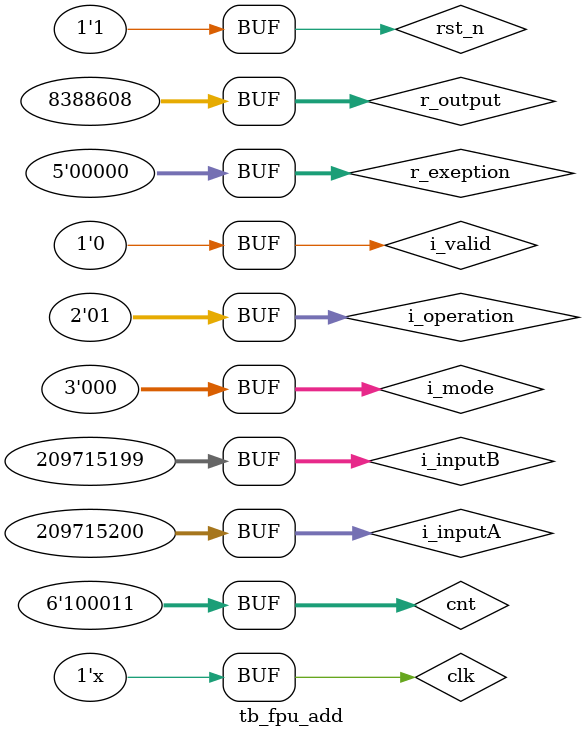
<source format=v>

`timescale 1ns/100ps

module tb_fpu_add( ) ;
    
	reg clk   ;
	reg rst_n ;

	reg				i_valid		;	
	reg		[2:0]	i_mode		;
	reg		[1:0]	i_operation	;	// [0] : add , [1] : sub
	reg		[31:0]	i_inputA	;
	reg		[31:0]	i_inputB	;
	wire	[31:0]	o_output	;
	wire	[4:0]	o_exeption	;
	reg		[31:0]	r_output	;
	reg		[4:0]	r_exeption	;
	reg		[31:0]	rd_output	;
	reg		[4:0]	rd_exeption	;
	reg		[5:0]	cnt			;
	reg				error		;

	initial begin
		rst_n		= 0 ;
		clk 		= 1 ;
		#10 
		rst_n		= 1 ;
	end

	always begin
		#2.5 clk 	<= ~clk ;
	end
	
	initial begin
		i_valid		= 0 			;
		#20 
		i_valid		= 1 			;
		cnt			= 0				;
		i_mode		= 0				;	
		i_operation	= 0				;	
		i_inputA	= 32'h404ccccd  ;
		i_inputB	= 32'h40966666  ;
		r_output	= 32'h40fccccc  ;
		r_exeption	= 5'h1         	;
		#5 
		cnt			= 1				;
		i_mode		= 0				;	
		i_operation	= 0				;
		i_inputA	= 32'hc04ccccd  ;
		i_inputB	= 32'h40966666  ;
		r_output	= 32'h3fbffffe  ;
		r_exeption	= 5'h0          ;
		#5 
		cnt			= 2				;
		i_mode		= 0				;	
		i_operation	= 0		     	;
		i_inputA	= 32'h3ff33333  ;
		i_inputB	= 32'hc1066666  ;
		r_output	= 32'hc0cfffff  ;
		r_exeption	= 5'h1          ;
		#5                           
		cnt			= 3				;
		i_mode		= 0				;	
		i_operation	= 1		        ;
		i_inputA	= 32'h3ff33333  ;
		i_inputB	= 32'hc1066666  ;
		r_output	= 32'h4124cccc  ;
		r_exeption	= 5'h1          ;
		#5 
		cnt			= 4				;
		i_mode		= 0				;	
		i_operation	= 1				;
		i_inputA	= 32'h40e9999a  ;
		i_inputB	= 32'h40e99999  ;
		r_output	= 32'h35000000  ;
		r_exeption	= 5'h0          ;
		#5 
		cnt			= 5				;
		i_mode		= 0				;	
		i_operation	= 0		   		;
		i_inputA	= 32'h7f7ffffe  ;
		i_inputB	= 32'h73800000  ;
		r_output	= 32'h7f7fffff  ;
		r_exeption	= 5'h0          ;
		#5                           
		cnt			= 6				;
		i_mode		= 0				;	
		i_operation	= 0		        ;
		i_inputA	= 32'h3f800000  ;
		i_inputB	= 32'h3f800000  ;
		r_output	= 32'h40000000  ;
		r_exeption	= 5'h0          ;
		#5                           
		cnt			= 7				;
		i_mode		= 0				;	
		i_operation	= 0		        ;
		i_inputA	= 32'h80000000  ;
		i_inputB	= 32'h80000000  ;
		r_output	= 32'h80000000  ;
		r_exeption	= 5'h0          ;
		#5                           
		cnt			= 8				;
		i_mode		= 0				;	
		i_operation	= 0		        ;
		i_inputA	= 32'h0         ;
		i_inputB	= 32'h0         ;
		r_output	= 32'h0         ;
		r_exeption	= 5'h0          ;
		#5                           
		cnt			= 9				;
		i_mode		= 0				;	
		i_operation	= 0		        ;
		i_inputA	= 32'h0         ;
		i_inputB	= 32'h80000000  ;
		r_output	= 32'h0         ;
		r_exeption	= 5'h0          ;
		#5                           
		cnt			= 10			;
		i_mode		= 0				;	
		i_operation	= 1		        ;
		i_inputA	= 32'h40e9999a  ;
		i_inputB	= 32'h40e9999a  ;
		r_output	= 32'h0         ;
		r_exeption	= 5'h0          ;
		#5                           
		cnt			= 11			;
		i_mode		= 0				;	
		i_operation	= 0		        ;
		i_inputA	= 32'h40e9999a  ;
		i_inputB	= 32'hC0e9999a  ;
		r_output	= 32'h0         ;
		r_exeption	= 5'h0          ;
		#5 
		cnt			= 12			;
		i_mode		= 0				;	
		i_operation	= 1				;	
		i_inputA	= 32'h34578901  ;
		i_inputB	= 32'h80000000  ;
		r_output	= 32'h34578901  ;
		r_exeption	= 5'h0          ;
		#5                           
		cnt			= 13			;
		i_mode		= 0				;	
		i_operation	= 1		        ;
		i_inputA	= 32'h0         ;
		i_inputB	= 32'h54578901  ;
		r_output	= 32'hD4578901  ;
		r_exeption	= 5'h0          ;
		#5                           
		cnt			= 14			;
		i_mode		= 0				;	
		i_operation	= 1		        ;
		i_inputA	= 32'h0b800001  ;
		i_inputB	= 32'h0b800004  ;
		r_output	= 32'h80c00000  ;
		r_exeption	= 5'h0          ;
		#5                           
		cnt			= 15			;
		i_mode		= 0				;	
		i_operation	= 0		        ;
		i_inputA	= 32'h0b800002  ;
		i_inputB	= 32'h0b800008  ;
		r_output	= 32'h0c000005  ;
		r_exeption	= 5'h0          ;
		#5 
		cnt			= 16			;
		i_mode		= 0				;	
		i_operation	= 0		        ;
		i_inputA	= 32'h7f7ffffe  ;
		i_inputB	= 32'h73000000  ;
		r_output	= 32'h7f7ffffe  ;
		r_exeption	= 5'h1          ;
		#5                           
		cnt			= 17			;
		i_mode		= 0				;	
		i_operation	= 0		        ;
		i_inputA	= 32'h7f7ffffe  ;
		i_inputB	= 32'h73000001  ;
		r_output	= 32'h7f7fffff  ;
		r_exeption	= 5'h1          ;
		#5                           
		cnt			= 18			;
		i_mode		= 0				;	
		i_operation	= 0		        ;
		i_inputA	= 32'h7f7fffff  ;
		i_inputB	= 32'h73000000  ;
		r_output	= 32'h7f800000  ;
		r_exeption	= 5'h11         ;
		#5 
		cnt			= 19			;
		i_mode		= 0				;	
		i_operation	= 0				;
		i_inputA	= 32'h7f7fffff  ;
		i_inputB	= 32'h73800001  ;
		r_output	= 32'h7f800000  ;
		r_exeption	= 5'h11         ;
		#5                           
		cnt			= 20			;
		i_mode		= 0				;	
		i_operation	= 0		        ;
		i_inputA	= 32'h7f7fff6e  ;
		i_inputB	= 32'h7f6ff84c  ;
		r_output	= 32'h7f800000  ;
		r_exeption	= 5'h11         ;
		#5                           
		cnt			= 21			;
		i_mode		= 0				;	
		i_operation	= 0		        ;
		i_inputA	= 32'hff800000  ;
		i_inputB	= 32'h3ff0a3d6  ;
		r_output	= 32'hff800000  ;
		r_exeption	= 5'h11         ;
		#5                           
		cnt			= 22			;
		i_mode		= 0				;	
		i_operation	= 1		        ;
		i_inputA	= 32'hff800000  ;
		i_inputB	= 32'h7f800000  ;
		r_output	= 32'hff800000  ;
		r_exeption	= 5'h11         ;
		#5 
		cnt			= 23			;
		i_mode		= 0				;	
		i_operation	= 0				;
		i_inputA	= 32'h3f800003  ;
		i_inputB	= 32'hbf800004  ;
		r_output	= 32'hb4000000  ;
		r_exeption	= 5'h0          ;
		#5                           
		cnt			= 24			;
		i_mode		= 0				;	
		i_operation	= 1		        ;
		i_inputA	= 32'h00800000  ;
		i_inputB	= 32'h00800001  ;
		r_output	= 32'h80000000  ;
		r_exeption	= 5'h9          ;
		#5                           
		cnt			= 25			;
		i_mode		= 0				;	
		i_operation	= 1		        ;
		i_inputA	= 32'h7f800000  ;
		i_inputB	= 32'h7f800000  ;
		r_output	= 32'h7fc00000  ;
		r_exeption	= 5'h2          ;
		#5                           
		cnt			= 26			;
		i_mode		= 0				;	
		i_operation	= 1		        ;
		i_inputA	= 32'h0fd22000  ;
		i_inputB	= 32'h7fc00000  ;
		r_output	= 32'h7fc00000  ;
		r_exeption	= 5'h2          ;
		#5                           
		cnt			= 27			;
		i_mode		= 1				;	
		i_operation	= 0		        ;
		i_inputA	= 32'hff7ffffe  ;
		i_inputB	= 32'hf3000000  ;
		r_output	= 32'hff7ffffe  ;
		r_exeption	= 5'h1          ;
		#5                           
		cnt			= 28			;
		i_mode		= 1				;	
		i_operation	= 0		        ;
		i_inputA	= 32'h7f7ffffe  ;
		i_inputB	= 32'h73000001  ;
		r_output	= 32'h7f7fffff  ;
		r_exeption	= 5'h1          ;
		#5                           
		cnt			= 29			;
		i_mode		= 2				;	
		i_operation	= 0		        ;
		i_inputA	= 32'hff7ffffe  ;
		i_inputB	= 32'hf3000000  ;
		r_output	= 32'hff7ffffe  ;
		r_exeption	= 5'h1          ;
		#5                           
		cnt			= 30			;
		i_mode		= 2				;	
		i_operation	= 0		        ;
		i_inputA	= 32'h7f7ffffe  ;
		i_inputB	= 32'h73000001  ;
		r_output	= 32'h7f7fffff  ;
		r_exeption	= 5'h1          ;
		#5                           
		cnt			= 31			;
		i_mode		= 3				;	
		i_operation	= 0		        ;
		i_inputA	= 32'hff7ffffe  ;
		i_inputB	= 32'hf3000000  ;
		r_output	= 32'hff7fffff  ;
		r_exeption	= 5'h1          ;
		#5                           
		cnt			= 32			;
		i_mode		= 3				;	
		i_operation	= 0		        ;
		i_inputA	= 32'h7f7ffffe  ;
		i_inputB	= 32'h73000001  ;
		r_output	= 32'h7f7ffffe  ;
		r_exeption	= 5'h1          ;
		#5                           
		cnt			= 33			;
		i_mode		= 4				;	
		i_operation	= 0		        ;
		i_inputA	= 32'hff7ffffe  ;
		i_inputB	= 32'hf3000000  ;
		r_output	= 32'hff7ffffe  ;
		r_exeption	= 5'h1          ;
		#5                           
		cnt			= 34			;
		i_mode		= 4				;	
		i_operation	= 0		        ;
		i_inputA	= 32'h7f7ffffe  ;
		i_inputB	= 32'h73000001  ;
		r_output	= 32'h7f7ffffe  ;
		r_exeption	= 5'h1          ;
		#5                           
		cnt			= 35			;
		i_mode		= 0				;	
		i_operation	= 1		        ;
		i_inputA	= 32'h0c800000  ;
		i_inputB	= 32'h0c7fffff  ;
		r_output	= 32'h00800000  ;
		r_exeption	= 5'h0          ;
		#5                           
		i_valid		= 0 			;
	end

	fpu_top #(32) A_fpu_top(  
		.clk		( clk			),		      
		.rst_n      ( rst_n         ),
		.i_mode		( i_mode		),
		.i_operation( i_operation	),
		.i_valid	( i_valid		),
		.i_inputA   ( i_inputA      ),
		.i_inputB   ( i_inputB     	),
		.o_output   ( o_output    	),
		.o_exeption	( o_exeption	)	
	);
	
	always@(posedge clk) begin
		rd_output	<= r_output ;
		rd_exeption	<= r_exeption ;
	end
	
	always@(posedge clk,negedge rst_n) begin
		if (!rst_n) begin
			error	<= 1'b0 ;
		end else if ( rd_output[30:0] == 31'h7fc00000 && (o_output[30:0] != rd_output[30:0] || o_exeption != rd_exeption )) begin
			error 	<= 1'b1 ;
			$display ("ERROR %d",cnt-1) ;
		end else if ( rd_output[30:0] != 31'h7fc00000 && ( o_output != rd_output || o_exeption != rd_exeption ) ) begin
			error 	<= 1'b1 ;
			$display ("ERROR %d",cnt-1) ;
		end else begin
			error 	<= 1'b0 ;
		end
	end
	
endmodule
    

</source>
